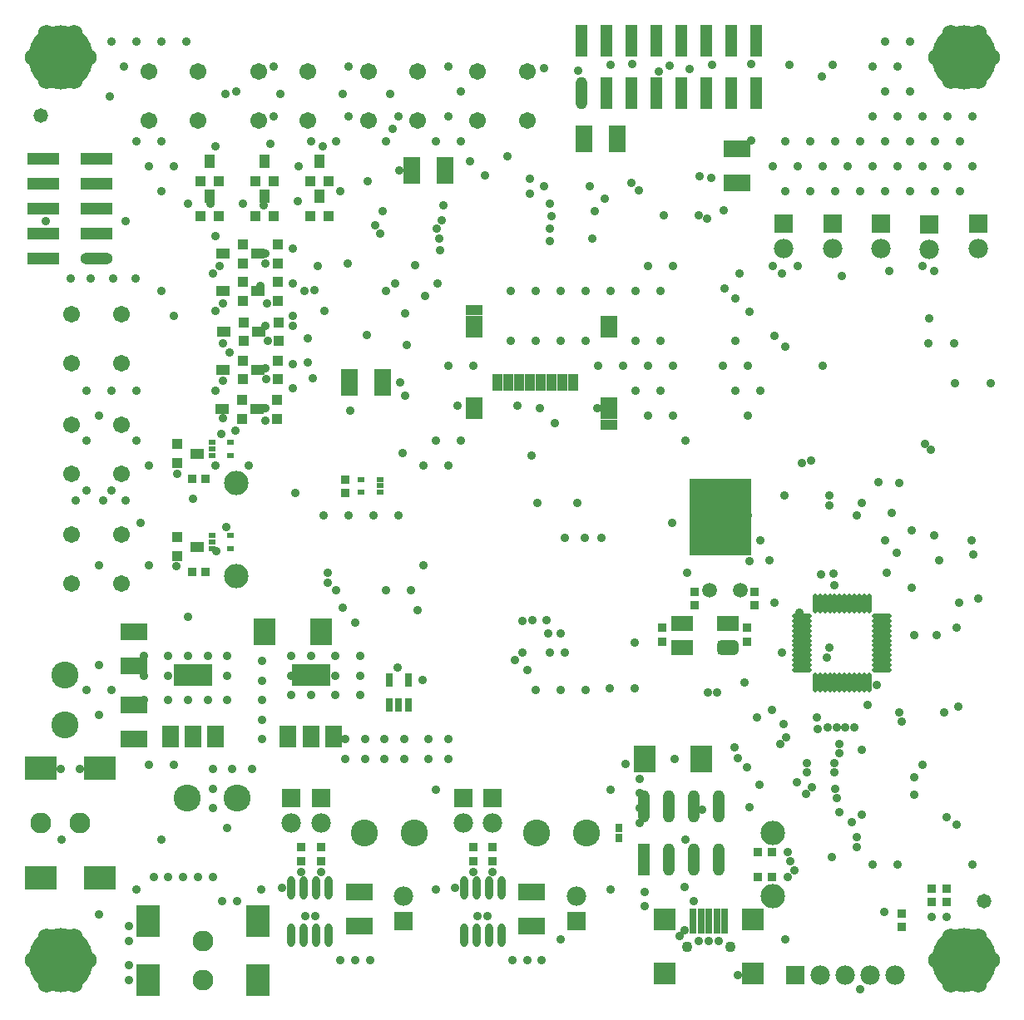
<source format=gts>
%FSLAX24Y24*%
%MOIN*%
G70*
G01*
G75*
G04 Layer_Color=8388736*
%ADD10O,0.0709X0.0118*%
%ADD11O,0.0118X0.0709*%
%ADD12R,0.0571X0.0787*%
%ADD13R,0.0571X0.0354*%
%ADD14R,0.0315X0.0591*%
%ADD15R,0.0500X0.0360*%
%ADD16R,0.0360X0.0360*%
%ADD17R,0.0360X0.0500*%
%ADD18R,0.0360X0.0360*%
%ADD19R,0.0200X0.0500*%
%ADD20O,0.0394X0.1220*%
%ADD21R,0.0394X0.1220*%
%ADD22R,0.0200X0.0250*%
%ADD23R,0.0300X0.0300*%
%ADD24R,0.0236X0.0165*%
%ADD25R,0.0600X0.1000*%
%ADD26R,0.1000X0.0600*%
%ADD27R,0.0197X0.0906*%
%ADD28R,0.0787X0.0787*%
%ADD29R,0.0787X0.0984*%
%ADD30C,0.0500*%
%ADD31R,0.1181X0.0866*%
%ADD32R,0.0300X0.0300*%
%ADD33R,0.0866X0.1181*%
%ADD34O,0.0236X0.0866*%
%ADD35R,0.0590X0.0790*%
%ADD36R,0.1500X0.0790*%
%ADD37O,0.1220X0.0394*%
%ADD38R,0.1220X0.0394*%
%ADD39R,0.0787X0.0512*%
G04:AMPARAMS|DCode=40|XSize=78.7mil|YSize=51.2mil|CornerRadius=12.8mil|HoleSize=0mil|Usage=FLASHONLY|Rotation=180.000|XOffset=0mil|YOffset=0mil|HoleType=Round|Shape=RoundedRectangle|*
%AMROUNDEDRECTD40*
21,1,0.0787,0.0256,0,0,180.0*
21,1,0.0532,0.0512,0,0,180.0*
1,1,0.0256,-0.0266,0.0128*
1,1,0.0256,0.0266,0.0128*
1,1,0.0256,0.0266,-0.0128*
1,1,0.0256,-0.0266,-0.0128*
%
%ADD40ROUNDEDRECTD40*%
%ADD41C,0.0400*%
%ADD42C,0.0100*%
%ADD43C,0.0150*%
%ADD44C,0.0120*%
%ADD45C,0.0800*%
%ADD46C,0.1000*%
%ADD47C,0.0200*%
%ADD48C,0.0300*%
%ADD49C,0.0700*%
%ADD50C,0.0500*%
%ADD51C,0.0250*%
%ADD52C,0.0600*%
%ADD53R,0.4331X0.2953*%
%ADD54R,0.2362X0.2165*%
%ADD55R,0.3740X0.2953*%
%ADD56R,0.1378X0.0984*%
%ADD57R,0.5315X0.1378*%
%ADD58R,0.0591X0.0787*%
%ADD59R,0.0800X0.0800*%
%ADD60R,0.2510X0.3090*%
%ADD61R,0.0700X0.0700*%
%ADD62C,0.0700*%
%ADD63C,0.0591*%
%ADD64C,0.0900*%
%ADD65C,0.0354*%
%ADD66C,0.1000*%
%ADD67R,0.0700X0.0700*%
%ADD68C,0.0600*%
%ADD69C,0.2500*%
%ADD70C,0.0757*%
%ADD71C,0.0512*%
%ADD72C,0.0276*%
%ADD73R,0.0433X0.0492*%
%ADD74O,0.0800X0.0240*%
%ADD75R,0.0800X0.0240*%
%ADD76O,0.0240X0.0800*%
%ADD77R,0.0240X0.0800*%
%ADD78O,0.0827X0.0177*%
%ADD79O,0.0500X0.1000*%
%ADD80R,0.0500X0.1000*%
%ADD81O,0.1000X0.0500*%
%ADD82R,0.1000X0.0500*%
%ADD83R,0.0400X0.0500*%
%ADD84R,0.0500X0.0400*%
%ADD85R,0.0492X0.0433*%
%ADD86R,0.1280X0.1280*%
G04:AMPARAMS|DCode=87|XSize=9.8mil|YSize=35.4mil|CornerRadius=2.5mil|HoleSize=0mil|Usage=FLASHONLY|Rotation=0.000|XOffset=0mil|YOffset=0mil|HoleType=Round|Shape=RoundedRectangle|*
%AMROUNDEDRECTD87*
21,1,0.0098,0.0305,0,0,0.0*
21,1,0.0049,0.0354,0,0,0.0*
1,1,0.0049,0.0025,-0.0153*
1,1,0.0049,-0.0025,-0.0153*
1,1,0.0049,-0.0025,0.0153*
1,1,0.0049,0.0025,0.0153*
%
%ADD87ROUNDEDRECTD87*%
%ADD88R,0.0098X0.0354*%
%ADD89R,0.0354X0.0098*%
%ADD90R,0.0157X0.1575*%
%ADD91O,0.0157X0.1575*%
%ADD92R,0.0906X0.0906*%
%ADD93R,0.0906X0.0906*%
%ADD94R,0.0250X0.0200*%
%ADD95R,0.0157X0.0276*%
%ADD96O,0.0157X0.0276*%
%ADD97R,0.2362X0.3543*%
%ADD98R,0.5315X0.1575*%
%ADD99C,0.0040*%
%ADD100C,0.0098*%
%ADD101C,0.0236*%
%ADD102C,0.0050*%
%ADD103C,0.0079*%
%ADD104C,0.0060*%
%ADD105C,0.0080*%
%ADD106C,0.0059*%
%ADD107R,0.0197X0.0300*%
%ADD108R,0.0996X0.1000*%
%ADD109R,0.1000X0.0996*%
%ADD110O,0.0789X0.0198*%
%ADD111O,0.0198X0.0789*%
%ADD112R,0.0651X0.0867*%
%ADD113R,0.0651X0.0434*%
%ADD114R,0.0395X0.0671*%
%ADD115R,0.0580X0.0440*%
%ADD116R,0.0440X0.0440*%
%ADD117R,0.0440X0.0580*%
%ADD118R,0.0440X0.0440*%
%ADD119R,0.0280X0.0580*%
%ADD120O,0.0474X0.1300*%
%ADD121R,0.0474X0.1300*%
%ADD122R,0.0280X0.0330*%
%ADD123R,0.0380X0.0380*%
%ADD124R,0.0316X0.0245*%
%ADD125R,0.0680X0.1080*%
%ADD126R,0.1080X0.0680*%
%ADD127R,0.0277X0.0986*%
%ADD128R,0.0867X0.0867*%
%ADD129R,0.0867X0.1064*%
%ADD130C,0.0580*%
%ADD131R,0.1261X0.0946*%
%ADD132R,0.0380X0.0380*%
%ADD133R,0.0946X0.1261*%
%ADD134O,0.0316X0.0946*%
%ADD135R,0.0670X0.0870*%
%ADD136R,0.1580X0.0870*%
%ADD137O,0.1300X0.0474*%
%ADD138R,0.1300X0.0474*%
%ADD139R,0.0867X0.0592*%
G04:AMPARAMS|DCode=140|XSize=86.7mil|YSize=59.2mil|CornerRadius=16.8mil|HoleSize=0mil|Usage=FLASHONLY|Rotation=180.000|XOffset=0mil|YOffset=0mil|HoleType=Round|Shape=RoundedRectangle|*
%AMROUNDEDRECTD140*
21,1,0.0867,0.0256,0,0,180.0*
21,1,0.0532,0.0592,0,0,180.0*
1,1,0.0336,-0.0266,0.0128*
1,1,0.0336,0.0266,0.0128*
1,1,0.0336,0.0266,-0.0128*
1,1,0.0336,-0.0266,-0.0128*
%
%ADD140ROUNDEDRECTD140*%
%ADD141R,0.0780X0.0780*%
%ADD142C,0.0780*%
%ADD143C,0.0671*%
%ADD144C,0.0980*%
%ADD145C,0.0434*%
%ADD146C,0.1080*%
%ADD147R,0.0780X0.0780*%
%ADD148C,0.0680*%
%ADD149C,0.2580*%
%ADD150C,0.0837*%
%ADD151C,0.0592*%
%ADD152C,0.0356*%
D60*
X28035Y19365D02*
D03*
D110*
X34494Y15186D02*
D03*
Y14792D02*
D03*
Y14989D02*
D03*
Y15383D02*
D03*
Y14005D02*
D03*
Y13808D02*
D03*
Y13217D02*
D03*
Y13414D02*
D03*
Y13611D02*
D03*
Y14202D02*
D03*
X31306Y14398D02*
D03*
Y14595D02*
D03*
Y14792D02*
D03*
Y14989D02*
D03*
Y15186D02*
D03*
Y15383D02*
D03*
Y13808D02*
D03*
Y13611D02*
D03*
Y13414D02*
D03*
Y13217D02*
D03*
Y14005D02*
D03*
Y14202D02*
D03*
X34494Y14398D02*
D03*
Y14595D02*
D03*
D111*
X33195Y12706D02*
D03*
X33392D02*
D03*
X31817Y15894D02*
D03*
X32014D02*
D03*
X32605D02*
D03*
X33983Y12706D02*
D03*
X33786D02*
D03*
X33589D02*
D03*
X32998D02*
D03*
X32802D02*
D03*
X32605D02*
D03*
X32408D02*
D03*
X32211D02*
D03*
X32014D02*
D03*
X31817D02*
D03*
X33983Y15894D02*
D03*
X33195D02*
D03*
X32998D02*
D03*
X32802D02*
D03*
X32408D02*
D03*
X32211D02*
D03*
X33392D02*
D03*
X33589D02*
D03*
X33786D02*
D03*
D112*
X23573Y26988D02*
D03*
Y23720D02*
D03*
X18159D02*
D03*
Y26988D02*
D03*
D113*
X23573Y23051D02*
D03*
X18159Y27657D02*
D03*
D114*
X22126Y24744D02*
D03*
X21693D02*
D03*
X21260D02*
D03*
X20827D02*
D03*
X20394D02*
D03*
X19961D02*
D03*
X19528D02*
D03*
X19094D02*
D03*
D115*
X8070Y23678D02*
D03*
X9470D02*
D03*
X8075Y25255D02*
D03*
X9475D02*
D03*
X8108Y26790D02*
D03*
X9508D02*
D03*
X8084Y28403D02*
D03*
X9484D02*
D03*
X8075Y29905D02*
D03*
X9475D02*
D03*
X7052Y18163D02*
D03*
Y21894D02*
D03*
D116*
X8870Y24048D02*
D03*
Y23298D02*
D03*
X10270Y24048D02*
D03*
Y23298D02*
D03*
X8875Y25625D02*
D03*
Y24875D02*
D03*
X10275Y25625D02*
D03*
Y24875D02*
D03*
X8908Y27160D02*
D03*
Y26410D02*
D03*
X10308Y27160D02*
D03*
Y26410D02*
D03*
X8884Y28773D02*
D03*
Y28023D02*
D03*
X10284Y28773D02*
D03*
Y28023D02*
D03*
X8875Y30275D02*
D03*
Y29525D02*
D03*
X10275Y30275D02*
D03*
Y29525D02*
D03*
X6252Y18543D02*
D03*
Y17793D02*
D03*
Y22274D02*
D03*
Y21524D02*
D03*
D117*
X7555Y33625D02*
D03*
Y32225D02*
D03*
X9755Y33625D02*
D03*
Y32225D02*
D03*
X11955Y33625D02*
D03*
Y32225D02*
D03*
D118*
X7925Y32825D02*
D03*
X7175D02*
D03*
X7925Y31425D02*
D03*
X7175D02*
D03*
X10125Y32825D02*
D03*
X9375D02*
D03*
X10125Y31425D02*
D03*
X9375D02*
D03*
X12325Y32825D02*
D03*
X11575D02*
D03*
X12325Y31425D02*
D03*
X11575D02*
D03*
D119*
X15514Y12811D02*
D03*
X14764Y11811D02*
D03*
X15514D02*
D03*
X15134Y11811D02*
D03*
X14764Y12811D02*
D03*
D120*
X27953Y5630D02*
D03*
X26953D02*
D03*
X25953D02*
D03*
X24953Y7756D02*
D03*
X25953D02*
D03*
X26953D02*
D03*
X27953D02*
D03*
X22441Y36339D02*
D03*
D121*
X24953Y5630D02*
D03*
X23441Y36339D02*
D03*
X24441D02*
D03*
X25441D02*
D03*
X26441D02*
D03*
X27441D02*
D03*
X28441D02*
D03*
X29441D02*
D03*
Y38465D02*
D03*
X28441D02*
D03*
X27441D02*
D03*
X26441D02*
D03*
X25441D02*
D03*
X24441D02*
D03*
X23441D02*
D03*
X22441D02*
D03*
D122*
X23966Y6496D02*
D03*
Y6896D02*
D03*
D123*
X29528Y4921D02*
D03*
X30078D02*
D03*
X29528Y5906D02*
D03*
X30078D02*
D03*
X6842Y17165D02*
D03*
X7392D02*
D03*
X6842Y20896D02*
D03*
X7392D02*
D03*
D124*
X7650Y18346D02*
D03*
Y18602D02*
D03*
Y18090D02*
D03*
X8398Y18090D02*
D03*
Y18602D02*
D03*
X7650Y22077D02*
D03*
Y22333D02*
D03*
Y21821D02*
D03*
X8398Y21821D02*
D03*
Y22333D02*
D03*
X14374Y20600D02*
D03*
Y20344D02*
D03*
Y20856D02*
D03*
X13626Y20856D02*
D03*
Y20344D02*
D03*
D125*
X14500Y24750D02*
D03*
X13150D02*
D03*
X17000Y33250D02*
D03*
X15650D02*
D03*
X22550Y34500D02*
D03*
X23900D02*
D03*
D126*
X28700Y32750D02*
D03*
Y34100D02*
D03*
X20472Y4303D02*
D03*
Y2953D02*
D03*
X13551Y4303D02*
D03*
Y2953D02*
D03*
X4528Y13386D02*
D03*
Y14736D02*
D03*
Y11811D02*
D03*
Y10461D02*
D03*
D127*
X26929Y3150D02*
D03*
X27244D02*
D03*
X27559D02*
D03*
X27874D02*
D03*
X28189D02*
D03*
D128*
X25807Y3209D02*
D03*
X29311D02*
D03*
Y1043D02*
D03*
X25807D02*
D03*
D129*
X27244Y9646D02*
D03*
X25000D02*
D03*
X9764Y14764D02*
D03*
X12008D02*
D03*
D130*
X787Y35433D02*
D03*
X38583Y3937D02*
D03*
D131*
X3150Y4882D02*
D03*
X787D02*
D03*
Y9291D02*
D03*
X3150D02*
D03*
D132*
X11220Y5552D02*
D03*
Y6102D02*
D03*
X12008Y5552D02*
D03*
Y6102D02*
D03*
X18110Y5552D02*
D03*
Y6102D02*
D03*
X18898Y5552D02*
D03*
Y6102D02*
D03*
X13000Y20300D02*
D03*
Y20850D02*
D03*
X37100Y3900D02*
D03*
Y4450D02*
D03*
X36500Y3900D02*
D03*
Y4450D02*
D03*
X35300Y2900D02*
D03*
Y3450D02*
D03*
X29100Y14350D02*
D03*
Y14900D02*
D03*
X25700Y14350D02*
D03*
Y14900D02*
D03*
X27000Y16350D02*
D03*
Y15800D02*
D03*
X29400Y16350D02*
D03*
Y15800D02*
D03*
D133*
X9488Y3150D02*
D03*
Y787D02*
D03*
X5079D02*
D03*
Y3150D02*
D03*
D134*
X10833Y2598D02*
D03*
X11333D02*
D03*
X11833D02*
D03*
X12333D02*
D03*
X10833Y4488D02*
D03*
X11333D02*
D03*
X11833D02*
D03*
X12333D02*
D03*
X17754Y2598D02*
D03*
X18254D02*
D03*
X18754D02*
D03*
X19254D02*
D03*
X17754Y4488D02*
D03*
X18254D02*
D03*
X18754D02*
D03*
X19254D02*
D03*
D135*
X7800Y10544D02*
D03*
X6890D02*
D03*
X5980D02*
D03*
X12524D02*
D03*
X11614D02*
D03*
X10704D02*
D03*
D136*
X6890Y13024D02*
D03*
X11614D02*
D03*
D137*
X3031Y29724D02*
D03*
D138*
Y30724D02*
D03*
Y31724D02*
D03*
Y32724D02*
D03*
Y33724D02*
D03*
X906D02*
D03*
Y32724D02*
D03*
Y31724D02*
D03*
Y30724D02*
D03*
Y29724D02*
D03*
D139*
X28311Y15084D02*
D03*
X26500D02*
D03*
Y14100D02*
D03*
D140*
X28311D02*
D03*
D141*
X36400Y31095D02*
D03*
X38360Y31100D02*
D03*
X34460Y31105D02*
D03*
X32510Y31100D02*
D03*
X30560D02*
D03*
X22244Y3150D02*
D03*
X15323Y3150D02*
D03*
X18898Y8071D02*
D03*
X17717D02*
D03*
X10827D02*
D03*
X12008D02*
D03*
D142*
X36400Y30095D02*
D03*
X38360Y30100D02*
D03*
X34460Y30105D02*
D03*
X32510Y30100D02*
D03*
X30560D02*
D03*
X35033Y988D02*
D03*
X22244Y4150D02*
D03*
X15323Y4150D02*
D03*
X18898Y7071D02*
D03*
X17717D02*
D03*
X10827D02*
D03*
X12008D02*
D03*
X34033Y988D02*
D03*
X33033Y988D02*
D03*
X32033Y988D02*
D03*
D143*
X5118Y37205D02*
D03*
X7087D02*
D03*
Y35236D02*
D03*
X5118D02*
D03*
X9528D02*
D03*
Y37205D02*
D03*
X11496D02*
D03*
Y35236D02*
D03*
X15906D02*
D03*
Y37205D02*
D03*
X13937D02*
D03*
Y35236D02*
D03*
X18307Y37205D02*
D03*
X20276D02*
D03*
Y35236D02*
D03*
X18307D02*
D03*
X2040Y16685D02*
D03*
Y18654D02*
D03*
X4008D02*
D03*
Y16685D02*
D03*
Y21095D02*
D03*
X2040D02*
D03*
Y23063D02*
D03*
X4008D02*
D03*
Y27473D02*
D03*
X2040D02*
D03*
Y25504D02*
D03*
X4008D02*
D03*
D144*
X30118Y6693D02*
D03*
Y4134D02*
D03*
X8614Y16968D02*
D03*
Y20699D02*
D03*
D145*
X28425Y2126D02*
D03*
X26693D02*
D03*
D146*
X1772Y11024D02*
D03*
Y13024D02*
D03*
X15748Y6693D02*
D03*
X13748D02*
D03*
X22669Y6693D02*
D03*
X20669D02*
D03*
X8661Y8071D02*
D03*
X6661D02*
D03*
D147*
X31033Y988D02*
D03*
D148*
X37245Y38748D02*
D03*
X38345D02*
D03*
X38895Y37795D02*
D03*
X38345Y36843D02*
D03*
X37245D02*
D03*
X36695Y37795D02*
D03*
X37245Y2527D02*
D03*
X38345D02*
D03*
X38895Y1575D02*
D03*
X38345Y622D02*
D03*
X37245D02*
D03*
X36695Y1575D02*
D03*
X1025Y38748D02*
D03*
X2125D02*
D03*
X2675Y37795D02*
D03*
X2125Y36843D02*
D03*
X1025D02*
D03*
X475Y37795D02*
D03*
X1025Y2527D02*
D03*
X2125D02*
D03*
X2675Y1575D02*
D03*
X2125Y622D02*
D03*
X1025D02*
D03*
X475Y1575D02*
D03*
D149*
X37795Y37795D02*
D03*
Y1575D02*
D03*
X1575Y37795D02*
D03*
Y1575D02*
D03*
D150*
X2362Y7087D02*
D03*
X787D02*
D03*
X7283Y2362D02*
D03*
Y787D02*
D03*
D151*
X27590Y16400D02*
D03*
X28810D02*
D03*
D152*
X38122Y35402D02*
D03*
X37622Y34402D02*
D03*
X38122Y33402D02*
D03*
X37622Y32402D02*
D03*
X38122Y5402D02*
D03*
X37122Y35402D02*
D03*
X36622Y34402D02*
D03*
X37122Y33402D02*
D03*
X36622Y32402D02*
D03*
X35622Y38402D02*
D03*
Y36402D02*
D03*
X36122Y35402D02*
D03*
X35622Y34402D02*
D03*
X36122Y33402D02*
D03*
X35622Y32402D02*
D03*
X36122Y29402D02*
D03*
Y9402D02*
D03*
X34622Y38402D02*
D03*
X35122Y37402D02*
D03*
X34622Y36402D02*
D03*
X35122Y35402D02*
D03*
X34622Y34402D02*
D03*
X35122Y33402D02*
D03*
X34622Y32402D02*
D03*
Y18402D02*
D03*
X35122Y5402D02*
D03*
X34122Y37402D02*
D03*
Y35402D02*
D03*
X33622Y34402D02*
D03*
X34122Y33402D02*
D03*
X33622Y32402D02*
D03*
X34122Y5402D02*
D03*
X33622Y402D02*
D03*
X32622Y34402D02*
D03*
X33122Y33402D02*
D03*
X32622Y32402D02*
D03*
X31622Y34402D02*
D03*
X32122Y33402D02*
D03*
X31622Y32402D02*
D03*
X32122Y25402D02*
D03*
X30622Y34402D02*
D03*
X31122Y33402D02*
D03*
X30622Y32402D02*
D03*
X31122Y29402D02*
D03*
X30622Y2402D02*
D03*
X30122Y33402D02*
D03*
Y29402D02*
D03*
X29622Y24402D02*
D03*
Y18402D02*
D03*
X28622Y26402D02*
D03*
X29122Y25402D02*
D03*
X28622Y24402D02*
D03*
X29122Y23402D02*
D03*
Y19402D02*
D03*
X28122Y25402D02*
D03*
X26622Y22402D02*
D03*
Y6402D02*
D03*
X26122Y29402D02*
D03*
X25622Y28402D02*
D03*
Y26402D02*
D03*
X26122Y25402D02*
D03*
X25622Y24402D02*
D03*
X26122Y23402D02*
D03*
X25122Y29402D02*
D03*
X24622Y28402D02*
D03*
Y26402D02*
D03*
X25122Y25402D02*
D03*
X24622Y24402D02*
D03*
X25122Y23402D02*
D03*
X23622Y28402D02*
D03*
X24122Y25402D02*
D03*
X23622Y8402D02*
D03*
Y4402D02*
D03*
X22622Y28402D02*
D03*
Y26402D02*
D03*
X23122Y25402D02*
D03*
X22622Y12402D02*
D03*
X21622Y28402D02*
D03*
Y26402D02*
D03*
Y12402D02*
D03*
Y2402D02*
D03*
X20622Y28402D02*
D03*
Y26402D02*
D03*
Y12402D02*
D03*
X19622Y28402D02*
D03*
Y26402D02*
D03*
X17622Y36402D02*
D03*
Y34402D02*
D03*
X18122Y25402D02*
D03*
X17622Y22402D02*
D03*
X17122Y37402D02*
D03*
Y35402D02*
D03*
X16622Y34402D02*
D03*
X17122Y25402D02*
D03*
X16622Y22402D02*
D03*
X17122Y21402D02*
D03*
X16622Y8402D02*
D03*
Y4402D02*
D03*
X16122Y21402D02*
D03*
Y17402D02*
D03*
X15622Y16402D02*
D03*
X15122Y35402D02*
D03*
X14622Y34402D02*
D03*
Y28402D02*
D03*
X15122Y19402D02*
D03*
X14622Y16402D02*
D03*
X14122Y19402D02*
D03*
X13122Y37402D02*
D03*
Y35402D02*
D03*
X12622Y34402D02*
D03*
X13122Y19402D02*
D03*
X12622Y16402D02*
D03*
X11622Y34402D02*
D03*
X12122Y19402D02*
D03*
X11122Y33402D02*
D03*
X10122Y37402D02*
D03*
Y35402D02*
D03*
X9622Y4402D02*
D03*
X8622Y36402D02*
D03*
X9122Y21402D02*
D03*
X6622Y38402D02*
D03*
X5622D02*
D03*
Y34402D02*
D03*
X6122Y33402D02*
D03*
X5622Y32402D02*
D03*
Y28402D02*
D03*
X6122Y27402D02*
D03*
Y9402D02*
D03*
X5622Y6402D02*
D03*
X4622Y38402D02*
D03*
Y34402D02*
D03*
X5122Y33402D02*
D03*
X4622Y24402D02*
D03*
Y22402D02*
D03*
X5122Y21402D02*
D03*
Y17402D02*
D03*
Y9402D02*
D03*
X4622Y4402D02*
D03*
X3622Y38402D02*
D03*
X4122Y37402D02*
D03*
X3622Y24402D02*
D03*
Y20402D02*
D03*
Y12402D02*
D03*
X2622Y24402D02*
D03*
X3122Y23402D02*
D03*
X2622Y22402D02*
D03*
Y20402D02*
D03*
X3122Y17402D02*
D03*
Y13402D02*
D03*
X2622Y12402D02*
D03*
X3122Y11402D02*
D03*
Y3402D02*
D03*
X1622Y6402D02*
D03*
X33700Y10000D02*
D03*
X4200Y31200D02*
D03*
X11700Y24900D02*
D03*
X30100Y11600D02*
D03*
X29500Y11300D02*
D03*
X13400Y15100D02*
D03*
X12900Y15700D02*
D03*
X34800Y29200D02*
D03*
X36600D02*
D03*
X30500Y29100D02*
D03*
X14900Y34900D02*
D03*
X8200Y36300D02*
D03*
X10400D02*
D03*
X12900D02*
D03*
X14800D02*
D03*
X11900Y29400D02*
D03*
X13100Y29500D02*
D03*
X15000Y28700D02*
D03*
X16200Y28200D02*
D03*
X16700Y28700D02*
D03*
X4800Y19100D02*
D03*
X4200Y20000D02*
D03*
X3300D02*
D03*
X2200D02*
D03*
X35800Y8900D02*
D03*
Y8200D02*
D03*
X29100Y9300D02*
D03*
X31100Y8700D02*
D03*
X23000Y31600D02*
D03*
X23400Y32100D02*
D03*
X22800Y32600D02*
D03*
X37500Y7000D02*
D03*
X33500Y6100D02*
D03*
X27532Y12300D02*
D03*
X37100Y7300D02*
D03*
X33500Y6500D02*
D03*
X27888Y12300D02*
D03*
X37500Y14900D02*
D03*
X36700Y14600D02*
D03*
X36400Y27300D02*
D03*
X30612Y26188D02*
D03*
X35790Y14610D02*
D03*
X32570Y17090D02*
D03*
X38350Y16080D02*
D03*
X37550Y11750D02*
D03*
X24590Y12490D02*
D03*
X23580Y12480D02*
D03*
X21630Y14670D02*
D03*
X21134Y14676D02*
D03*
X20098Y15192D02*
D03*
X21060Y15200D02*
D03*
X31940Y10860D02*
D03*
X32680Y8090D02*
D03*
X16940Y31840D02*
D03*
X33920Y11800D02*
D03*
X27150Y31450D02*
D03*
X31300Y21500D02*
D03*
X31650Y21630D02*
D03*
X27650Y32950D02*
D03*
X27502Y31299D02*
D03*
X24750Y32450D02*
D03*
X27200Y33000D02*
D03*
X24450Y32750D02*
D03*
X20950Y32600D02*
D03*
X35200Y20700D02*
D03*
X32043Y17055D02*
D03*
X32600Y16600D02*
D03*
X30831Y5550D02*
D03*
X30709Y5906D02*
D03*
X32640Y8460D02*
D03*
X31490Y9100D02*
D03*
X37000Y11500D02*
D03*
X33300Y7100D02*
D03*
X35300Y11139D02*
D03*
X35200Y11500D02*
D03*
X36462Y22038D02*
D03*
X38100Y18400D02*
D03*
X34349Y20749D02*
D03*
X32800Y7500D02*
D03*
X33700Y7400D02*
D03*
X37400Y26300D02*
D03*
X36350Y26330D02*
D03*
X26100Y19100D02*
D03*
X24600Y14300D02*
D03*
X36800Y17600D02*
D03*
X37600Y15900D02*
D03*
X38167Y17840D02*
D03*
X30560Y11040D02*
D03*
X30662Y10502D02*
D03*
X30411Y10251D02*
D03*
X32800Y9884D02*
D03*
Y10240D02*
D03*
X31486Y9488D02*
D03*
X32325Y10900D02*
D03*
X32600Y9132D02*
D03*
Y9488D02*
D03*
X32681Y10900D02*
D03*
X33392D02*
D03*
X31900Y11300D02*
D03*
X33037Y10900D02*
D03*
X36211Y22289D02*
D03*
X38851Y24700D02*
D03*
X12300Y16700D02*
D03*
Y17100D02*
D03*
X15100Y13300D02*
D03*
X28708Y9668D02*
D03*
X28600Y10100D02*
D03*
X29600Y8600D02*
D03*
X31449Y8249D02*
D03*
X31700Y8500D02*
D03*
X31000Y5196D02*
D03*
X29000Y12700D02*
D03*
X34700Y17100D02*
D03*
X37100Y3300D02*
D03*
X36500D02*
D03*
X30200Y15900D02*
D03*
X30000Y17600D02*
D03*
X30600Y20200D02*
D03*
X32900Y29000D02*
D03*
X35100Y17900D02*
D03*
X35700Y16500D02*
D03*
X27300Y7600D02*
D03*
X29200Y7700D02*
D03*
X32500Y5700D02*
D03*
X34300Y12600D02*
D03*
X19800Y13600D02*
D03*
X32400Y14100D02*
D03*
X32300Y13700D02*
D03*
X20450Y21800D02*
D03*
X25750Y31450D02*
D03*
X20400Y32300D02*
D03*
X15450Y26250D02*
D03*
X15400Y27500D02*
D03*
X13850Y26656D02*
D03*
X15800Y29450D02*
D03*
X16650Y30900D02*
D03*
X16850Y31250D02*
D03*
X16750Y30500D02*
D03*
X16800Y30050D02*
D03*
X21200Y30400D02*
D03*
Y30900D02*
D03*
X11500Y26500D02*
D03*
X11750Y28450D02*
D03*
X21250Y31400D02*
D03*
X11500Y25550D02*
D03*
X9829Y24871D02*
D03*
X10875Y25475D02*
D03*
X10900Y28700D02*
D03*
X12150Y27600D02*
D03*
X21200Y31900D02*
D03*
X20400Y32900D02*
D03*
X18600Y33050D02*
D03*
X14400Y30700D02*
D03*
X19500Y33800D02*
D03*
X24500Y37500D02*
D03*
X18000Y33600D02*
D03*
X29250Y34450D02*
D03*
X15200Y24750D02*
D03*
X10900Y24500D02*
D03*
X15150Y33250D02*
D03*
X22600Y18500D02*
D03*
X23250D02*
D03*
X10900Y30100D02*
D03*
X8363Y25963D02*
D03*
X9800Y29900D02*
D03*
X9600Y28600D02*
D03*
X9800Y25300D02*
D03*
Y23700D02*
D03*
Y23200D02*
D03*
X9890Y26400D02*
D03*
X9800Y29500D02*
D03*
X8100Y27900D02*
D03*
Y24800D02*
D03*
X7800Y24400D02*
D03*
Y27600D02*
D03*
X2000Y28900D02*
D03*
X2800D02*
D03*
X3700D02*
D03*
X4600D02*
D03*
X3543Y36220D02*
D03*
X1000Y31200D02*
D03*
X6700Y31900D02*
D03*
X7800Y34200D02*
D03*
X12100D02*
D03*
X10000Y34300D02*
D03*
X32100Y37000D02*
D03*
X26800Y37300D02*
D03*
X32520Y37480D02*
D03*
X30787D02*
D03*
X29252Y37520D02*
D03*
X27677Y37480D02*
D03*
X25984Y37441D02*
D03*
X23622Y37480D02*
D03*
X20945Y37362D02*
D03*
X25551Y37229D02*
D03*
X22323Y37244D02*
D03*
X6890Y20079D02*
D03*
X6693Y15354D02*
D03*
X26969Y3937D02*
D03*
X30709Y4921D02*
D03*
X28740Y984D02*
D03*
X26378Y2559D02*
D03*
X26575Y2795D02*
D03*
X27953Y2362D02*
D03*
X27559D02*
D03*
X26575Y4528D02*
D03*
X27165Y2362D02*
D03*
X8208Y18950D02*
D03*
X7814Y17966D02*
D03*
X6239Y17375D02*
D03*
X6252Y21092D02*
D03*
X26181Y9646D02*
D03*
X25000Y3740D02*
D03*
Y4331D02*
D03*
X24213Y9449D02*
D03*
X24803Y7087D02*
D03*
Y7677D02*
D03*
Y8268D02*
D03*
Y8858D02*
D03*
X11780Y3346D02*
D03*
X11386D02*
D03*
X12795Y1575D02*
D03*
X13976D02*
D03*
X13386D02*
D03*
X11220Y5118D02*
D03*
X12008D02*
D03*
X4331Y2953D02*
D03*
Y1378D02*
D03*
Y787D02*
D03*
Y2362D02*
D03*
X8661Y3937D02*
D03*
X8071D02*
D03*
X10472Y4488D02*
D03*
X18307Y3346D02*
D03*
X18701D02*
D03*
X17394Y4488D02*
D03*
X18110Y5118D02*
D03*
X18898D02*
D03*
X20866Y1575D02*
D03*
X20276D02*
D03*
X19685D02*
D03*
X7677Y4921D02*
D03*
X7087D02*
D03*
X6496D02*
D03*
X5906D02*
D03*
X5315D02*
D03*
X787Y9252D02*
D03*
X1575D02*
D03*
X2362D02*
D03*
X3150D02*
D03*
X12992Y9646D02*
D03*
X13780D02*
D03*
X14567D02*
D03*
X15354D02*
D03*
X16339D02*
D03*
X17126D02*
D03*
Y10433D02*
D03*
X16339D02*
D03*
X15354D02*
D03*
X14567D02*
D03*
X13780D02*
D03*
X12992D02*
D03*
X13583Y13780D02*
D03*
Y12992D02*
D03*
Y12205D02*
D03*
X12598D02*
D03*
X11614D02*
D03*
X10827D02*
D03*
Y12992D02*
D03*
Y13780D02*
D03*
X11614D02*
D03*
Y12992D02*
D03*
X12598D02*
D03*
Y13780D02*
D03*
X8268Y12008D02*
D03*
X7480D02*
D03*
X6693D02*
D03*
X5906D02*
D03*
X4921D02*
D03*
Y12992D02*
D03*
X5906D02*
D03*
X6693D02*
D03*
X7480D02*
D03*
Y13780D02*
D03*
X6693D02*
D03*
X5906D02*
D03*
X4921D02*
D03*
X8268D02*
D03*
Y12992D02*
D03*
X9646Y13583D02*
D03*
Y12795D02*
D03*
Y12008D02*
D03*
Y11220D02*
D03*
Y10433D02*
D03*
X7677Y9252D02*
D03*
X8465D02*
D03*
X9252D02*
D03*
X7677Y8465D02*
D03*
Y7677D02*
D03*
X8268Y6890D02*
D03*
X11000Y20300D02*
D03*
X15300Y21900D02*
D03*
X15400Y24200D02*
D03*
X13200Y23600D02*
D03*
X20800Y23700D02*
D03*
X21400Y23100D02*
D03*
X19900Y23800D02*
D03*
X17500D02*
D03*
X23100Y23700D02*
D03*
X22900Y30500D02*
D03*
X28800Y29100D02*
D03*
X15900Y15600D02*
D03*
X34600Y3500D02*
D03*
X30200Y26600D02*
D03*
X37429Y24700D02*
D03*
X30500Y13900D02*
D03*
X31200Y15500D02*
D03*
X28150Y31650D02*
D03*
X7800Y21400D02*
D03*
X16100Y12800D02*
D03*
X26700Y17100D02*
D03*
X21200Y13900D02*
D03*
X20100D02*
D03*
X20300Y13200D02*
D03*
X21800Y13900D02*
D03*
X20500Y15200D02*
D03*
X36600Y18600D02*
D03*
X7950Y29400D02*
D03*
X11350Y28400D02*
D03*
X10900Y27000D02*
D03*
X9855Y27900D02*
D03*
X10900Y27400D02*
D03*
X7700Y29100D02*
D03*
X9800Y27000D02*
D03*
X12800Y32400D02*
D03*
X11100Y32000D02*
D03*
X9728Y31843D02*
D03*
X8100Y26300D02*
D03*
Y23300D02*
D03*
X8024Y22667D02*
D03*
X8600Y22800D02*
D03*
X8900Y31900D02*
D03*
X7600D02*
D03*
X7800Y30600D02*
D03*
X13879Y32800D02*
D03*
X14200Y31050D02*
D03*
X14500Y31605D02*
D03*
X32400Y20200D02*
D03*
Y19800D02*
D03*
X22300Y19900D02*
D03*
X20690Y19920D02*
D03*
X33500Y19400D02*
D03*
X21800Y18500D02*
D03*
X33700Y19900D02*
D03*
X34900Y19500D02*
D03*
X35700Y18800D02*
D03*
X29200Y17570D02*
D03*
X28190Y28520D02*
D03*
X28640Y28100D02*
D03*
X29200Y27570D02*
D03*
M02*

</source>
